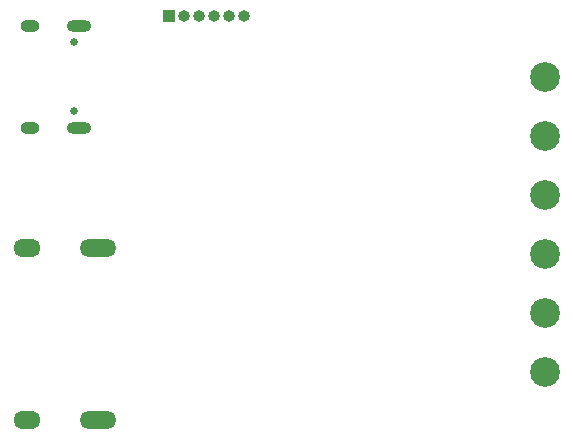
<source format=gbr>
%TF.GenerationSoftware,KiCad,Pcbnew,5.1.9-73d0e3b20d~88~ubuntu20.04.1*%
%TF.CreationDate,2021-04-24T16:50:53+02:00*%
%TF.ProjectId,elmo,656c6d6f-2e6b-4696-9361-645f70636258,v1.00*%
%TF.SameCoordinates,Original*%
%TF.FileFunction,Soldermask,Bot*%
%TF.FilePolarity,Negative*%
%FSLAX46Y46*%
G04 Gerber Fmt 4.6, Leading zero omitted, Abs format (unit mm)*
G04 Created by KiCad (PCBNEW 5.1.9-73d0e3b20d~88~ubuntu20.04.1) date 2021-04-24 16:50:53*
%MOMM*%
%LPD*%
G01*
G04 APERTURE LIST*
%ADD10C,2.524000*%
%ADD11O,3.100000X1.500000*%
%ADD12O,2.300000X1.500000*%
%ADD13O,2.100000X1.000000*%
%ADD14O,1.600000X1.000000*%
%ADD15C,0.650000*%
%ADD16R,1.000000X1.000000*%
%ADD17O,1.000000X1.000000*%
G04 APERTURE END LIST*
D10*
%TO.C,J3*%
X170300000Y-112400000D03*
X170300000Y-107400000D03*
X170300000Y-102400000D03*
X170300000Y-97400000D03*
X170300000Y-92400000D03*
X170300000Y-87400000D03*
%TD*%
D11*
%TO.C,J1*%
X132460000Y-101900000D03*
X132460000Y-116400000D03*
D12*
X126500000Y-101900000D03*
X126500000Y-116400000D03*
%TD*%
D13*
%TO.C,J2*%
X130925000Y-83030000D03*
X130925000Y-91670000D03*
D14*
X126745000Y-83030000D03*
X126745000Y-91670000D03*
D15*
X130425000Y-90240000D03*
X130425000Y-84460000D03*
%TD*%
D16*
%TO.C,J4*%
X138465000Y-82260000D03*
D17*
X139735000Y-82260000D03*
X141005000Y-82260000D03*
X142275000Y-82260000D03*
X143545000Y-82260000D03*
X144815000Y-82260000D03*
%TD*%
M02*

</source>
